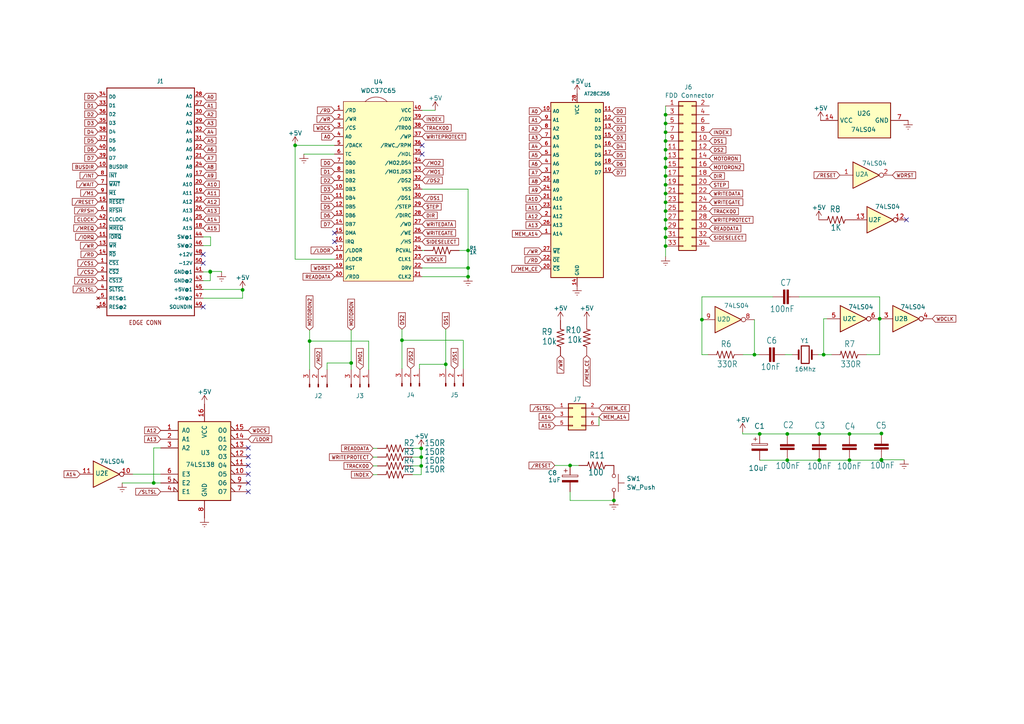
<source format=kicad_sch>
(kicad_sch (version 20211123) (generator eeschema)
  (paper "A4")
  (title_block (title "MSX TDC-600 Floppy Disk Drive Interface Clone") (date "2023-05-28") (rev "1.0") (company "RCC") (comment 1 "Based on Skoti Design: https://github.com/konkotgit/MSX-DC-600"))
  (junction (at 193.04 48.514))
  (junction (at 255.143 92.456))
  (junction (at 237.617 133.477))
  (junction (at 193.04 53.594))
  (junction (at 193.04 35.814))
  (junction (at 203.581 92.71))
  (junction (at 60.9838 78.867))
  (junction (at 193.04 66.294))
  (junction (at 193.04 38.354))
  (junction (at 246.38 125.857))
  (junction (at 238.887 102.87))
  (junction (at 135.763 72.644))
  (junction (at 218.821 102.87))
  (junction (at 228.346 133.477))
  (junction (at 122.174 130.048))
  (junction (at 165.354 135.001))
  (junction (at 193.04 40.894))
  (junction (at 44.577 140.081))
  (junction (at 255.651 125.73))
  (junction (at 101.854 105.283))
  (junction (at 193.04 33.274))
  (junction (at 122.174 135.128))
  (junction (at 255.651 133.477))
  (junction (at 135.763 77.724))
  (junction (at 89.789 98.933))
  (junction (at 193.04 58.674))
  (junction (at 193.04 43.434))
  (junction (at 193.04 51.054))
  (junction (at 193.04 45.974))
  (junction (at 246.38 133.477))
  (junction (at 220.345 125.857))
  (junction (at 193.04 63.754))
  (junction (at 237.617 125.857))
  (junction (at 193.04 71.374))
  (junction (at 228.346 125.857))
  (junction (at 193.04 68.834))
  (junction (at 122.174 132.588))
  (junction (at 70.358 84.074))
  (junction (at 60.96 78.74))
  (junction (at 85.598 42.164))
  (junction (at 193.04 56.134))
  (junction (at 178.054 145.161))
  (junction (at 116.586 98.679))
  (junction (at 255.651 133.35))
  (junction (at 135.763 80.264))
  (junction (at 129.286 105.664))
  (junction (at 193.04 61.214))
  (no_connect (at 97.028 67.564))
  (no_connect (at 122.428 42.164))
  (no_connect (at 72.009 135.001))
  (no_connect (at 122.428 44.704))
  (no_connect (at 262.89 63.754))
  (no_connect (at 72.009 140.081))
  (no_connect (at 58.928 89.027))
  (no_connect (at 58.928 73.787))
  (no_connect (at 97.028 70.104))
  (no_connect (at 72.009 142.621))
  (no_connect (at 72.009 132.461))
  (no_connect (at 72.009 137.541))
  (no_connect (at 72.009 129.921))
  (no_connect (at 58.928 76.327))
  (wire (pts (xy 101.854 95.758) (xy 101.854 105.283)))
  (wire (pts (xy 58.928 83.947) (xy 70.358 83.947)))
  (wire (pts (xy 203.581 102.87) (xy 205.359 102.87)))
  (wire (pts (xy 193.04 71.374) (xy 193.04 74.422)))
  (wire (pts (xy 237.617 125.857) (xy 246.38 125.857)))
  (wire (pts (xy 129.286 106.934) (xy 129.286 105.664)))
  (wire (pts (xy 228.346 133.477) (xy 237.617 133.477)))
  (wire (pts (xy 122.428 54.864) (xy 135.763 54.864)))
  (wire (pts (xy 106.934 107.188) (xy 106.934 98.933)))
  (wire (pts (xy 58.928 78.867) (xy 60.9838 78.867)))
  (wire (pts (xy 129.286 105.664) (xy 121.666 105.664)))
  (wire (pts (xy 70.358 86.487) (xy 70.358 84.074)))
  (wire (pts (xy 89.789 95.758) (xy 89.789 98.933)))
  (wire (pts (xy 58.928 81.407) (xy 60.9838 81.407)))
  (wire (pts (xy 122.428 80.264) (xy 135.763 80.264)))
  (wire (pts (xy 237.617 133.477) (xy 246.38 133.477)))
  (wire (pts (xy 227.711 102.87) (xy 229.743 102.87)))
  (wire (pts (xy 116.586 95.504) (xy 116.586 98.679)))
  (wire (pts (xy 193.04 63.754) (xy 193.04 66.294)))
  (wire (pts (xy 119.634 132.588) (xy 122.174 132.588)))
  (wire (pts (xy 70.358 83.947) (xy 70.358 84.074)))
  (wire (pts (xy 101.854 105.283) (xy 101.854 107.188)))
  (wire (pts (xy 193.04 33.274) (xy 193.04 35.814)))
  (wire (pts (xy 255.651 125.857) (xy 255.651 125.73)))
  (wire (pts (xy 237.363 102.87) (xy 238.887 102.87)))
  (wire (pts (xy 193.04 40.894) (xy 193.04 43.434)))
  (wire (pts (xy 61.0744 68.707) (xy 61.0744 71.247)))
  (wire (pts (xy 135.763 72.644) (xy 135.763 77.724)))
  (wire (pts (xy 60.9838 81.407) (xy 60.9838 78.867)))
  (wire (pts (xy 85.598 75.184) (xy 97.028 75.184)))
  (wire (pts (xy 61.0744 71.247) (xy 58.928 71.247)))
  (wire (pts (xy 193.04 43.434) (xy 193.04 45.974)))
  (wire (pts (xy 193.04 58.674) (xy 193.04 61.214)))
  (wire (pts (xy 193.04 38.354) (xy 193.04 40.894)))
  (wire (pts (xy 38.481 137.541) (xy 46.609 137.541)))
  (wire (pts (xy 193.04 56.134) (xy 193.04 58.674)))
  (wire (pts (xy 193.04 61.214) (xy 193.04 63.754)))
  (wire (pts (xy 215.392 125.857) (xy 220.345 125.857)))
  (wire (pts (xy 122.174 135.128) (xy 122.174 132.588)))
  (wire (pts (xy 203.581 92.71) (xy 203.581 102.87)))
  (wire (pts (xy 218.821 102.87) (xy 220.091 102.87)))
  (wire (pts (xy 129.286 95.504) (xy 129.286 105.664)))
  (wire (pts (xy 193.04 68.834) (xy 193.04 71.374)))
  (wire (pts (xy 122.428 72.644) (xy 123.063 72.644)))
  (wire (pts (xy 94.869 107.188) (xy 94.869 105.283)))
  (wire (pts (xy 121.666 105.664) (xy 121.666 106.934)))
  (wire (pts (xy 246.38 133.477) (xy 255.651 133.477)))
  (wire (pts (xy 89.789 98.933) (xy 89.789 107.188)))
  (wire (pts (xy 203.581 86.106) (xy 203.581 92.71)))
  (wire (pts (xy 193.04 66.294) (xy 193.04 68.834)))
  (wire (pts (xy 58.928 86.487) (xy 70.358 86.487)))
  (wire (pts (xy 262.255 133.35) (xy 255.651 133.35)))
  (wire (pts (xy 255.651 133.35) (xy 255.651 133.477)))
  (wire (pts (xy 135.763 77.724) (xy 135.763 80.264)))
  (wire (pts (xy 165.354 142.621) (xy 165.354 145.161)))
  (wire (pts (xy 255.143 86.106) (xy 255.143 92.456)))
  (wire (pts (xy 85.598 42.164) (xy 85.598 75.184)))
  (wire (pts (xy 173.736 120.904) (xy 173.736 123.444)))
  (wire (pts (xy 224.155 86.106) (xy 203.581 86.106)))
  (wire (pts (xy 218.821 92.71) (xy 218.821 102.87)))
  (wire (pts (xy 246.38 125.857) (xy 255.651 125.857)))
  (wire (pts (xy 44.577 140.081) (xy 46.609 140.081)))
  (wire (pts (xy 193.04 51.054) (xy 193.04 53.594)))
  (wire (pts (xy 119.634 135.128) (xy 122.174 135.128)))
  (wire (pts (xy 239.903 92.456) (xy 238.887 92.456)))
  (wire (pts (xy 116.586 98.679) (xy 116.586 106.934)))
  (wire (pts (xy 255.143 102.87) (xy 255.143 92.456)))
  (wire (pts (xy 106.934 98.933) (xy 89.789 98.933)))
  (wire (pts (xy 134.366 98.679) (xy 116.586 98.679)))
  (wire (pts (xy 35.433 140.081) (xy 44.577 140.081)))
  (wire (pts (xy 231.775 86.106) (xy 255.143 86.106)))
  (wire (pts (xy 165.354 145.161) (xy 178.054 145.161)))
  (wire (pts (xy 165.354 135.001) (xy 167.894 135.001)))
  (wire (pts (xy 108.204 135.128) (xy 109.474 135.128)))
  (wire (pts (xy 94.869 105.283) (xy 101.854 105.283)))
  (wire (pts (xy 108.204 132.588) (xy 109.474 132.588)))
  (wire (pts (xy 108.204 130.048) (xy 109.474 130.048)))
  (wire (pts (xy 220.345 133.477) (xy 228.346 133.477)))
  (wire (pts (xy 135.763 54.864) (xy 135.763 72.644)))
  (wire (pts (xy 44.577 129.921) (xy 44.577 140.081)))
  (wire (pts (xy 193.04 35.814) (xy 193.04 38.354)))
  (wire (pts (xy 85.598 42.164) (xy 97.028 42.164)))
  (wire (pts (xy 215.392 125.857) (xy 215.392 125.349)))
  (wire (pts (xy 46.609 129.921) (xy 44.577 129.921)))
  (wire (pts (xy 122.428 77.724) (xy 135.763 77.724)))
  (wire (pts (xy 64.262 78.74) (xy 64.262 78.994)))
  (wire (pts (xy 122.174 132.588) (xy 122.174 130.048)))
  (wire (pts (xy 193.04 45.974) (xy 193.04 48.514)))
  (wire (pts (xy 193.04 53.594) (xy 193.04 56.134)))
  (wire (pts (xy 215.519 102.87) (xy 218.821 102.87)))
  (wire (pts (xy 193.04 30.734) (xy 193.04 33.274)))
  (wire (pts (xy 122.428 32.004) (xy 126.238 32.004)))
  (wire (pts (xy 220.345 125.857) (xy 228.346 125.857)))
  (wire (pts (xy 238.887 92.456) (xy 238.887 102.87)))
  (wire (pts (xy 134.366 106.934) (xy 134.366 98.679)))
  (wire (pts (xy 251.333 102.87) (xy 255.143 102.87)))
  (wire (pts (xy 228.346 125.857) (xy 237.617 125.857)))
  (wire (pts (xy 119.634 130.048) (xy 122.174 130.048)))
  (wire (pts (xy 58.928 68.707) (xy 61.0744 68.707)))
  (wire (pts (xy 119.634 137.668) (xy 122.174 137.668)))
  (wire (pts (xy 108.204 137.668) (xy 109.474 137.668)))
  (wire (pts (xy 60.96 78.74) (xy 64.262 78.74)))
  (wire (pts (xy 238.887 102.87) (xy 241.173 102.87)))
  (wire (pts (xy 122.174 137.668) (xy 122.174 135.128)))
  (wire (pts (xy 133.223 72.644) (xy 135.763 72.644)))
  (wire (pts (xy 88.138 44.704) (xy 97.028 44.704)))
  (wire (pts (xy 160.909 135.001) (xy 165.354 135.001)))
  (wire (pts (xy 193.04 48.514) (xy 193.04 51.054)))
  (global_label "A7" (shape input) (at 157.226 50.038 180) (effects (font (size 1 1))) (property "Intersheet References" "${INTERSHEET_REFS}" (effects hide)))
  (global_label "{slash}MEM_CE" (shape input) (at 157.226 77.978 180) (effects (font (size 1 1))) (property "Intersheet References" "${INTERSHEET_REFS}" (effects hide)))
  (global_label "A8" (shape input) (at 157.226 52.578 180) (effects (font (size 1 1))) (property "Intersheet References" "${INTERSHEET_REFS}" (effects hide)))
  (global_label "MOTORON" (shape input) (at 205.74 45.974 0) (effects (font (size 1 1))) (property "Intersheet References" "${INTERSHEET_REFS}" (effects hide)))
  (global_label "D0" (shape input) (at 28.448 28.067 180) (effects (font (size 1 1))) (property "Intersheet References" "${INTERSHEET_REFS}" (effects hide)))
  (global_label "D1" (shape input) (at 28.448 30.607 180) (effects (font (size 1 1))) (property "Intersheet References" "${INTERSHEET_REFS}" (effects hide)))
  (global_label "D2" (shape input) (at 177.546 37.338 0) (effects (font (size 1 1))) (property "Intersheet References" "${INTERSHEET_REFS}" (effects hide)))
  (global_label "{slash}CS1" (shape input) (at 28.448 76.327 180) (effects (font (size 1 1))) (property "Intersheet References" "${INTERSHEET_REFS}" (effects hide)))
  (global_label "{slash}MO2" (shape input) (at 122.428 47.244 0) (effects (font (size 1 1))) (property "Intersheet References" "${INTERSHEET_REFS}" (effects hide)))
  (global_label "A9" (shape input) (at 58.928 50.927 0) (effects (font (size 1 1))) (property "Intersheet References" "${INTERSHEET_REFS}" (effects hide)))
  (global_label "A11" (shape input) (at 58.928 56.007 0) (effects (font (size 1 1))) (property "Intersheet References" "${INTERSHEET_REFS}" (effects hide)))
  (global_label "A0" (shape input) (at 58.928 28.067 0) (effects (font (size 1 1))) (property "Intersheet References" "${INTERSHEET_REFS}" (effects hide)))
  (global_label "A14" (shape input) (at 161.036 120.904 180) (effects (font (size 1 1))) (property "Intersheet References" "${INTERSHEET_REFS}" (effects hide)))
  (global_label "D1" (shape input) (at 177.546 34.798 0) (effects (font (size 1 1))) (property "Intersheet References" "${INTERSHEET_REFS}" (effects hide)))
  (global_label "WDCLK" (shape input) (at 270.383 92.456 0) (effects (font (size 1 1))) (property "Intersheet References" "${INTERSHEET_REFS}" (effects hide)))
  (global_label "DS1" (shape input) (at 205.74 40.894 0) (effects (font (size 1 1))) (property "Intersheet References" "${INTERSHEET_REFS}" (effects hide)))
  (global_label "STEP" (shape input) (at 122.428 59.944 0) (effects (font (size 1 1))) (property "Intersheet References" "${INTERSHEET_REFS}" (effects hide)))
  (global_label "INDEX" (shape input) (at 205.74 38.354 0) (effects (font (size 1 1))) (property "Intersheet References" "${INTERSHEET_REFS}" (effects hide)))
  (global_label "MEM_A14" (shape input) (at 173.736 120.904 0) (effects (font (size 1 1))) (property "Intersheet References" "${INTERSHEET_REFS}" (effects hide)))
  (global_label "{slash}DS1" (shape input) (at 131.826 106.934 90) (effects (font (size 1 1))) (property "Intersheet References" "${INTERSHEET_REFS}" (effects hide)))
  (global_label "{slash}WAIT" (shape input) (at 28.448 53.467 180) (effects (font (size 1 1))) (property "Intersheet References" "${INTERSHEET_REFS}" (effects hide)))
  (global_label "{slash}DS2" (shape input) (at 119.126 106.934 90) (effects (font (size 1 1))) (property "Intersheet References" "${INTERSHEET_REFS}" (effects hide)))
  (global_label "{slash}CS2" (shape input) (at 28.448 78.867 180) (effects (font (size 1 1))) (property "Intersheet References" "${INTERSHEET_REFS}" (effects hide)))
  (global_label "WDRST" (shape input) (at 258.826 50.8 0) (effects (font (size 1 1))) (property "Intersheet References" "${INTERSHEET_REFS}" (effects hide)))
  (global_label "DS1" (shape input) (at 129.286 95.504 90) (effects (font (size 1 1))) (property "Intersheet References" "${INTERSHEET_REFS}" (effects hide)))
  (global_label "A15" (shape input) (at 58.928 66.167 0) (effects (font (size 1 1))) (property "Intersheet References" "${INTERSHEET_REFS}" (effects hide)))
  (global_label "{slash}RFSH" (shape input) (at 28.448 61.087 180) (effects (font (size 1 1))) (property "Intersheet References" "${INTERSHEET_REFS}" (effects hide)))
  (global_label "WRITEGATE" (shape input) (at 122.428 67.564 0) (effects (font (size 1 1))) (property "Intersheet References" "${INTERSHEET_REFS}" (effects hide)))
  (global_label "{slash}RESET" (shape input) (at 28.448 58.547 180) (effects (font (size 1 1))) (property "Intersheet References" "${INTERSHEET_REFS}" (effects hide)))
  (global_label "{slash}CS12" (shape input) (at 28.448 81.407 180) (effects (font (size 1 1))) (property "Intersheet References" "${INTERSHEET_REFS}" (effects hide)))
  (global_label "WDRST" (shape input) (at 97.028 77.724 180) (effects (font (size 1 1))) (property "Intersheet References" "${INTERSHEET_REFS}" (effects hide)))
  (global_label "A14" (shape input) (at 58.928 63.627 0) (effects (font (size 1 1))) (property "Intersheet References" "${INTERSHEET_REFS}" (effects hide)))
  (global_label "A13" (shape input) (at 58.928 61.087 0) (effects (font (size 1 1))) (property "Intersheet References" "${INTERSHEET_REFS}" (effects hide)))
  (global_label "{slash}LDOR" (shape input) (at 72.009 127.381 0) (effects (font (size 1 1))) (property "Intersheet References" "${INTERSHEET_REFS}" (effects hide)))
  (global_label "A15" (shape input) (at 161.036 123.444 180) (effects (font (size 1 1))) (property "Intersheet References" "${INTERSHEET_REFS}" (effects hide)))
  (global_label "A1" (shape input) (at 157.226 34.798 180) (effects (font (size 1 1))) (property "Intersheet References" "${INTERSHEET_REFS}" (effects hide)))
  (global_label "STEP" (shape input) (at 205.74 53.594 0) (effects (font (size 1 1))) (property "Intersheet References" "${INTERSHEET_REFS}" (effects hide)))
  (global_label "D0" (shape input) (at 97.028 47.244 180) (effects (font (size 1 1))) (property "Intersheet References" "${INTERSHEET_REFS}" (effects hide)))
  (global_label "D2" (shape input) (at 97.028 52.324 180) (effects (font (size 1 1))) (property "Intersheet References" "${INTERSHEET_REFS}" (effects hide)))
  (global_label "A5" (shape input) (at 157.226 44.958 180) (effects (font (size 1 1))) (property "Intersheet References" "${INTERSHEET_REFS}" (effects hide)))
  (global_label "D5" (shape input) (at 97.028 59.944 180) (effects (font (size 1 1))) (property "Intersheet References" "${INTERSHEET_REFS}" (effects hide)))
  (global_label "D2" (shape input) (at 28.448 33.147 180) (effects (font (size 1 1))) (property "Intersheet References" "${INTERSHEET_REFS}" (effects hide)))
  (global_label "INDEX" (shape input) (at 122.428 34.544 0) (effects (font (size 1 1))) (property "Intersheet References" "${INTERSHEET_REFS}" (effects hide)))
  (global_label "D4" (shape input) (at 28.448 38.227 180) (effects (font (size 1 1))) (property "Intersheet References" "${INTERSHEET_REFS}" (effects hide)))
  (global_label "A2" (shape input) (at 58.928 33.147 0) (effects (font (size 1 1))) (property "Intersheet References" "${INTERSHEET_REFS}" (effects hide)))
  (global_label "D0" (shape input) (at 177.546 32.258 0) (effects (font (size 1 1))) (property "Intersheet References" "${INTERSHEET_REFS}" (effects hide)))
  (global_label "TRACK00" (shape input) (at 205.74 61.2779 0) (effects (font (size 1 1))) (property "Intersheet References" "${INTERSHEET_REFS}" (effects hide)))
  (global_label "{slash}SLTSL" (shape input) (at 46.609 142.621 180) (effects (font (size 1 1))) (property "Intersheet References" "${INTERSHEET_REFS}" (effects hide)))
  (global_label "{slash}DS1" (shape input) (at 122.428 57.404 0) (effects (font (size 1 1))) (property "Intersheet References" "${INTERSHEET_REFS}" (effects hide)))
  (global_label "READDATA" (shape input) (at 97.028 80.264 180) (effects (font (size 1 1))) (property "Intersheet References" "${INTERSHEET_REFS}" (effects hide)))
  (global_label "CLOCK" (shape input) (at 28.448 63.627 180) (effects (font (size 1 1))) (property "Intersheet References" "${INTERSHEET_REFS}" (effects hide)))
  (global_label "D3" (shape input) (at 28.448 35.687 180) (effects (font (size 1 1))) (property "Intersheet References" "${INTERSHEET_REFS}" (effects hide)))
  (global_label "D7" (shape input) (at 177.546 50.038 0) (effects (font (size 1 1))) (property "Intersheet References" "${INTERSHEET_REFS}" (effects hide)))
  (global_label "WRITEGATE" (shape input) (at 205.74 58.635 0) (effects (font (size 1 1))) (property "Intersheet References" "${INTERSHEET_REFS}" (effects hide)))
  (global_label "{slash}WR" (shape input) (at 28.448 71.247 180) (effects (font (size 1 1))) (property "Intersheet References" "${INTERSHEET_REFS}" (effects hide)))
  (global_label "D7" (shape input) (at 97.028 65.024 180) (effects (font (size 1 1))) (property "Intersheet References" "${INTERSHEET_REFS}" (effects hide)))
  (global_label "MEM_A14" (shape input) (at 157.226 67.818 180) (effects (font (size 1 1))) (property "Intersheet References" "${INTERSHEET_REFS}" (effects hide)))
  (global_label "D3" (shape input) (at 177.546 39.878 0) (effects (font (size 1 1))) (property "Intersheet References" "${INTERSHEET_REFS}" (effects hide)))
  (global_label "A12" (shape input) (at 46.609 124.841 180) (effects (font (size 1 1))) (property "Intersheet References" "${INTERSHEET_REFS}" (effects hide)))
  (global_label "{slash}MO1" (shape input) (at 104.394 107.188 90) (effects (font (size 1 1))) (property "Intersheet References" "${INTERSHEET_REFS}" (effects hide)))
  (global_label "D5" (shape input) (at 28.448 40.767 180) (effects (font (size 1 1))) (property "Intersheet References" "${INTERSHEET_REFS}" (effects hide)))
  (global_label "WRITEPROTECT" (shape input) (at 108.204 132.588 180) (effects (font (size 1 1))) (property "Intersheet References" "${INTERSHEET_REFS}" (effects hide)))
  (global_label "A7" (shape input) (at 58.928 45.847 0) (effects (font (size 1 1))) (property "Intersheet References" "${INTERSHEET_REFS}" (effects hide)))
  (global_label "A0" (shape input) (at 157.226 32.258 180) (effects (font (size 1 1))) (property "Intersheet References" "${INTERSHEET_REFS}" (effects hide)))
  (global_label "WDCS" (shape input) (at 97.028 37.084 180) (effects (font (size 1 1))) (property "Intersheet References" "${INTERSHEET_REFS}" (effects hide)))
  (global_label "{slash}DS2" (shape input) (at 122.428 52.324 0) (effects (font (size 1 1))) (property "Intersheet References" "${INTERSHEET_REFS}" (effects hide)))
  (global_label "A10" (shape input) (at 157.226 57.658 180) (effects (font (size 1 1))) (property "Intersheet References" "${INTERSHEET_REFS}" (effects hide)))
  (global_label "A4" (shape input) (at 157.226 42.418 180) (effects (font (size 1 1))) (property "Intersheet References" "${INTERSHEET_REFS}" (effects hide)))
  (global_label "{slash}SLTSL" (shape input) (at 161.036 118.364 180) (effects (font (size 1 1))) (property "Intersheet References" "${INTERSHEET_REFS}" (effects hide)))
  (global_label "D5" (shape input) (at 177.546 44.958 0) (effects (font (size 1 1))) (property "Intersheet References" "${INTERSHEET_REFS}" (effects hide)))
  (global_label "BUSDIR" (shape input) (at 28.448 48.387 180) (effects (font (size 1 1))) (property "Intersheet References" "${INTERSHEET_REFS}" (effects hide)))
  (global_label "D4" (shape input) (at 177.546 42.418 0) (effects (font (size 1 1))) (property "Intersheet References" "${INTERSHEET_REFS}" (effects hide)))
  (global_label "{slash}MEM_CE" (shape input) (at 173.736 118.364 0) (effects (font (size 1 1))) (property "Intersheet References" "${INTERSHEET_REFS}" (effects hide)))
  (global_label "D7" (shape input) (at 28.448 45.847 180) (effects (font (size 1 1))) (property "Intersheet References" "${INTERSHEET_REFS}" (effects hide)))
  (global_label "MOTORON2" (shape input) (at 205.74 48.514 0) (effects (font (size 1 1))) (property "Intersheet References" "${INTERSHEET_REFS}" (effects hide)))
  (global_label "{slash}WR" (shape input) (at 157.226 72.898 180) (effects (font (size 1 1))) (property "Intersheet References" "${INTERSHEET_REFS}" (effects hide)))
  (global_label "A1" (shape input) (at 58.928 30.607 0) (effects (font (size 1 1))) (property "Intersheet References" "${INTERSHEET_REFS}" (effects hide)))
  (global_label "MOTORON" (shape input) (at 101.854 95.758 90) (effects (font (size 1 1))) (property "Intersheet References" "${INTERSHEET_REFS}" (effects hide)))
  (global_label "{slash}RD" (shape input) (at 28.448 73.787 180) (effects (font (size 1 1))) (property "Intersheet References" "${INTERSHEET_REFS}" (effects hide)))
  (global_label "{slash}SLTSL" (shape input) (at 28.448 83.947 180) (effects (font (size 1 1))) (property "Intersheet References" "${INTERSHEET_REFS}" (effects hide)))
  (global_label "A3" (shape input) (at 58.928 35.687 0) (effects (font (size 1 1))) (property "Intersheet References" "${INTERSHEET_REFS}" (effects hide)))
  (global_label "A3" (shape input) (at 157.226 39.878 180) (effects (font (size 1 1))) (property "Intersheet References" "${INTERSHEET_REFS}" (effects hide)))
  (global_label "A13" (shape input) (at 157.226 65.278 180) (effects (font (size 1 1))) (property "Intersheet References" "${INTERSHEET_REFS}" (effects hide)))
  (global_label "{slash}M1" (shape input) (at 28.448 56.007 180) (effects (font (size 1 1))) (property "Intersheet References" "${INTERSHEET_REFS}" (effects hide)))
  (global_label "{slash}WR" (shape input) (at 162.56 103.124 270) (effects (font (size 1 1))) (property "Intersheet References" "${INTERSHEET_REFS}" (effects hide)))
  (global_label "{slash}MREQ" (shape input) (at 28.448 66.167 180) (effects (font (size 1 1))) (property "Intersheet References" "${INTERSHEET_REFS}" (effects hide)))
  (global_label "{slash}RD" (shape input) (at 157.226 75.438 180) (effects (font (size 1 1))) (property "Intersheet References" "${INTERSHEET_REFS}" (effects hide)))
  (global_label "A9" (shape input) (at 157.226 55.118 180) (effects (font (size 1 1))) (property "Intersheet References" "${INTERSHEET_REFS}" (effects hide)))
  (global_label "INDEX" (shape input) (at 108.204 137.668 180) (effects (font (size 1 1))) (property "Intersheet References" "${INTERSHEET_REFS}" (effects hide)))
  (global_label "A6" (shape input) (at 157.226 47.498 180) (effects (font (size 1 1))) (property "Intersheet References" "${INTERSHEET_REFS}" (effects hide)))
  (global_label "READDATA" (shape input) (at 205.74 66.294 0) (effects (font (size 1 1))) (property "Intersheet References" "${INTERSHEET_REFS}" (effects hide)))
  (global_label "{slash}INT" (shape input) (at 28.448 50.927 180) (effects (font (size 1 1))) (property "Intersheet References" "${INTERSHEET_REFS}" (effects hide)))
  (global_label "{slash}RD" (shape input) (at 97.028 32.004 180) (effects (font (size 1 1))) (property "Intersheet References" "${INTERSHEET_REFS}" (effects hide)))
  (global_label "A8" (shape input) (at 58.928 48.387 0) (effects (font (size 1 1))) (property "Intersheet References" "${INTERSHEET_REFS}" (effects hide)))
  (global_label "{slash}RESET" (shape input) (at 243.586 50.8 180) (effects (font (size 1 1))) (property "Intersheet References" "${INTERSHEET_REFS}" (effects hide)))
  (global_label "A4" (shape input) (at 58.928 38.227 0) (effects (font (size 1 1))) (property "Intersheet References" "${INTERSHEET_REFS}" (effects hide)))
  (global_label "{slash}IORQ" (shape input) (at 28.448 68.707 180) (effects (font (size 1 1))) (property "Intersheet References" "${INTERSHEET_REFS}" (effects hide)))
  (global_label "SIDESELECT" (shape input) (at 205.74 68.9233 0) (effects (font (size 1 1))) (property "Intersheet References" "${INTERSHEET_REFS}" (effects hide)))
  (global_label "A10" (shape input) (at 58.928 53.467 0) (effects (font (size 1 1))) (property "Intersheet References" "${INTERSHEET_REFS}" (effects hide)))
  (global_label "TRACK00" (shape input) (at 122.428 37.084 0) (effects (font (size 1 1))) (property "Intersheet References" "${INTERSHEET_REFS}" (effects hide)))
  (global_label "D4" (shape input) (at 97.028 57.404 180) (effects (font (size 1 1))) (property "Intersheet References" "${INTERSHEET_REFS}" (effects hide)))
  (global_label "A0" (shape input) (at 97.028 39.624 180) (effects (font (size 1 1))) (property "Intersheet References" "${INTERSHEET_REFS}" (effects hide)))
  (global_label "A5" (shape input) (at 58.928 40.767 0) (effects (font (size 1 1))) (property "Intersheet References" "${INTERSHEET_REFS}" (effects hide)))
  (global_label "{slash}MEM_CE" (shape input) (at 170.18 103.124 270) (effects (font (size 1 1))) (property "Intersheet References" "${INTERSHEET_REFS}" (effects hide)))
  (global_label "WRITEPROTECT" (shape input) (at 205.74 63.754 0) (effects (font (size 1 1))) (property "Intersheet References" "${INTERSHEET_REFS}" (effects hide)))
  (global_label "MOTORON2" (shape input) (at 89.789 95.758 90) (effects (font (size 1 1))) (property "Intersheet References" "${INTERSHEET_REFS}" (effects hide)))
  (global_label "{slash}RESET" (shape input) (at 160.909 135.001 180) (effects (font (size 1 1))) (property "Intersheet References" "${INTERSHEET_REFS}" (effects hide)))
  (global_label "WDCLK" (shape input) (at 122.428 75.184 0) (effects (font (size 1 1))) (property "Intersheet References" "${INTERSHEET_REFS}" (effects hide)))
  (global_label "A11" (shape input) (at 157.226 60.198 180) (effects (font (size 1 1))) (property "Intersheet References" "${INTERSHEET_REFS}" (effects hide)))
  (global_label "TRACK00" (shape input) (at 108.204 135.128 180) (effects (font (size 1 1))) (property "Intersheet References" "${INTERSHEET_REFS}" (effects hide)))
  (global_label "WRITEDATA" (shape input) (at 205.74 56.134 0) (effects (font (size 1 1))) (property "Intersheet References" "${INTERSHEET_REFS}" (effects hide)))
  (global_label "A12" (shape input) (at 58.928 58.547 0) (effects (font (size 1 1))) (property "Intersheet References" "${INTERSHEET_REFS}" (effects hide)))
  (global_label "A12" (shape input) (at 157.226 62.738 180) (effects (font (size 1 1))) (property "Intersheet References" "${INTERSHEET_REFS}" (effects hide)))
  (global_label "A14" (shape input) (at 23.241 137.541 180) (effects (font (size 1 1))) (property "Intersheet References" "${INTERSHEET_REFS}" (effects hide)))
  (global_label "DS2" (shape input) (at 205.74 43.434 0) (effects (font (size 1 1))) (property "Intersheet References" "${INTERSHEET_REFS}" (effects hide)))
  (global_label "WRITEDATA" (shape input) (at 122.428 65.024 0) (effects (font (size 1 1))) (property "Intersheet References" "${INTERSHEET_REFS}" (effects hide)))
  (global_label "D6" (shape input) (at 177.546 47.498 0) (effects (font (size 1 1))) (property "Intersheet References" "${INTERSHEET_REFS}" (effects hide)))
  (global_label "WRITEPROTECT" (shape input) (at 122.428 39.624 0) (effects (font (size 1 1))) (property "Intersheet References" "${INTERSHEET_REFS}" (effects hide)))
  (global_label "D6" (shape input) (at 97.028 62.484 180) (effects (font (size 1 1))) (property "Intersheet References" "${INTERSHEET_REFS}" (effects hide)))
  (global_label "DIR" (shape input) (at 122.428 62.484 0) (effects (font (size 1 1))) (property "Intersheet References" "${INTERSHEET_REFS}" (effects hide)))
  (global_label "DIR" (shape input) (at 205.74 51.054 0) (effects (font (size 1 1))) (property "Intersheet References" "${INTERSHEET_REFS}" (effects hide)))
  (global_label "D1" (shape input) (at 97.028 49.784 180) (effects (font (size 1 1))) (property "Intersheet References" "${INTERSHEET_REFS}" (effects hide)))
  (global_label "{slash}LDOR" (shape input) (at 97.028 72.644 180) (effects (font (size 1 1))) (property "Intersheet References" "${INTERSHEET_REFS}" (effects hide)))
  (global_label "A6" (shape input) (at 58.928 43.307 0) (effects (font (size 1 1))) (property "Intersheet References" "${INTERSHEET_REFS}" (effects hide)))
  (global_label "READDATA" (shape input) (at 108.204 130.048 180) (effects (font (size 1 1))) (property "Intersheet References" "${INTERSHEET_REFS}" (effects hide)))
  (global_label "D6" (shape input) (at 28.448 43.307 180) (effects (font (size 1 1))) (property "Intersheet References" "${INTERSHEET_REFS}" (effects hide)))
  (global_label "{slash}MO1" (shape input) (at 122.428 49.784 0) (effects (font (size 1 1))) (property "Intersheet References" "${INTERSHEET_REFS}" (effects hide)))
  (global_label "D3" (shape input) (at 97.028 54.864 180) (effects (font (size 1 1))) (property "Intersheet References" "${INTERSHEET_REFS}" (effects hide)))
  (global_label "SIDESELECT" (shape input) (at 122.428 70.104 0) (effects (font (size 1 1))) (property "Intersheet References" "${INTERSHEET_REFS}" (effects hide)))
  (global_label "WDCS" (shape input) (at 72.009 124.841 0) (effects (font (size 1 1))) (property "Intersheet References" "${INTERSHEET_REFS}" (effects hide)))
  (global_label "{slash}WR" (shape input) (at 97.028 34.544 180) (effects (font (size 1 1))) (property "Intersheet References" "${INTERSHEET_REFS}" (effects hide)))
  (global_label "DS2" (shape input) (at 116.586 95.504 90) (effects (font (size 1 1))) (property "Intersheet References" "${INTERSHEET_REFS}" (effects hide)))
  (global_label "{slash}MO2" (shape input) (at 92.329 107.188 90) (effects (font (size 1 1))) (property "Intersheet References" "${INTERSHEET_REFS}" (effects hide)))
  (global_label "A13" (shape input) (at 46.609 127.381 180) (effects (font (size 1 1))) (property "Intersheet References" "${INTERSHEET_REFS}" (effects hide)))
  (global_label "A2" (shape input) (at 157.226 37.338 180) (effects (font (size 1 1))) (property "Intersheet References" "${INTERSHEET_REFS}" (effects hide)))
  (symbol (lib_id "Memory_EEPROM:28C256") (at 167.386 55.118 0) (unit 1)
    (property "Reference" "U1" (at 169.4054 24.638 0) (effects (font (size 1 1)) (justify left)))
    (property "Value" "AT28C256" (at 169.4054 27.178 0) (effects (font (size 1 1)) (justify left)))
    (property "Footprint" "Package_DIP:DIP-28_W15.24mm" (effects hide))
    (property "Datasheet" "http://ww1.microchip.com/downloads/en/DeviceDoc/doc0006.pdf" (effects hide))
  )
  (symbol (lib_id "74xx:74LS04") (at 255.27 63.754 0) (unit 6)
    (property "Reference" "U2" (at 253.746 63.754 0))
    (property "Value" "74LS04" (at 257.429 59.944 0))
    (property "Footprint" "Package_DIP:DIP-14_W7.62mm" (effects hide))
    (property "Datasheet" "http://www.ti.com/lit/gpn/sn74LS04" (effects hide))
  )
  (symbol (lib_id "Device:Crystal") (at 233.553 102.87 0) (unit 1)
    (property "Reference" "Y1" (at 233.426 98.806 0))
    (property "Value" "16Mhz" (at 233.553 107.061 0))
    (property "Footprint" "Crystal:Crystal_HC49-U_Vertical" (effects hide))
  )
  (symbol (lib_id "msxpi-eagle-import:R-US_0207{slash}7") (at 210.439 102.87 180) (unit 1)
    (property "Reference" "R6" (at 212.217 98.806 0) (effects (font (size 1.778 1.5113)) (justify left bottom)))
    (property "Value" "330R" (at 213.995 104.648 0) (effects (font (size 1.778 1.5113)) (justify left bottom)))
    (property "Footprint" "Resistor_THT:R_Axial_DIN0207_L6.3mm_D2.5mm_P7.62mm_Horizontal" (effects hide))
  )
  (symbol (lib_id "Connector_Generic:Conn_02x17_Odd_Even") (at 198.12 51.054 0) (unit 1)
    (property "Reference" "J6" (at 199.644 25.273 0))
    (property "Value" "FDD Connector" (at 200.025 27.686 0))
    (property "Footprint" "Connector_PinHeader_2.54mm:PinHeader_2x17_P2.54mm_Horizontal" (effects hide))
  )
  (symbol (lib_id "Connector_Generic:Conn_02x03_Odd_Even") (at 166.116 120.904 0) (unit 1)
    (property "Reference" "J7" (at 167.386 115.824 0))
    (property "Value" "ROM_SWITCH" (effects hide))
    (property "Footprint" "Connector_PinHeader_2.54mm:PinHeader_2x03_P2.54mm_Horizontal" (effects hide))
  )
  (symbol (lib_id "power:+5V") (at 167.386 27.178 0) (unit 1)
    (property "Reference" "#PWR03" (effects hide))
    (property "Value" "+5V" (at 167.386 23.622 0))
  )
  (symbol (lib_id "msxpi-eagle-import:C2,5-3") (at 246.38 130.937 180) (unit 1)
    (property "Reference" "C4" (at 248.158 122.682 0) (effects (font (size 1.778 1.5113)) (justify left bottom)))
    (property "Value" "100nF" (at 249.936 134.239 0) (effects (font (size 1.778 1.5113)) (justify left bottom)))
    (property "Footprint" "Capacitor_THT:C_Disc_D3.0mm_W1.6mm_P2.50mm" (effects hide))
  )
  (symbol (lib_id "power:GNDREF") (at 263.398 34.925 0) (unit 1)
    (property "Reference" "#PWR020" (effects hide))
    (property "Value" "GNDREF" (effects hide))
  )
  (symbol (lib_id "power:GNDREF") (at 178.054 145.161 0) (unit 1)
    (property "Reference" "#PWR011" (effects hide))
    (property "Value" "GNDREF" (effects hide))
  )
  (symbol (lib_id "Connector:Conn_01x03_Male") (at 92.329 112.268 270) (mirror x) (unit 1)
    (property "Reference" "J2" (at 92.329 114.808 90))
    (property "Value" "Conn_01x03_Male" (effects hide))
    (property "Footprint" "Connector_PinHeader_2.54mm:PinHeader_1x03_P2.54mm_Vertical" (effects hide))
  )
  (symbol (lib_id "power:+5V") (at 170.18 92.964 0) (unit 1)
    (property "Reference" "#PWR06" (effects hide))
    (property "Value" "+5V" (at 170.18 89.408 0))
  )
  (symbol (lib_id "msxpi-eagle-import:C2,5-3") (at 228.346 130.937 180) (unit 1)
    (property "Reference" "C2" (at 230.251 122.301 0) (effects (font (size 1.778 1.5113)) (justify left bottom)))
    (property "Value" "100nF" (at 232.156 134.112 0) (effects (font (size 1.778 1.5113)) (justify left bottom)))
    (property "Footprint" "Capacitor_THT:C_Disc_D3.0mm_W1.6mm_P2.50mm" (effects hide))
  )
  (symbol (lib_id "msxpi-eagle-import:R-US_0207{slash}7") (at 114.554 137.668 180) (unit 1)
    (property "Reference" "R5" (at 120.269 135.128 0) (effects (font (size 1.778 1.5113)) (justify left bottom)))
    (property "Value" "150R" (at 129.159 135.128 0) (effects (font (size 1.778 1.5113)) (justify left bottom)))
    (property "Footprint" "Resistor_THT:R_Axial_DIN0207_L6.3mm_D2.5mm_P7.62mm_Horizontal" (effects hide))
  )
  (symbol (lib_id "msxpi-eagle-import:R-US_0207{slash}7") (at 242.57 63.754 180) (unit 1)
    (property "Reference" "R8" (at 243.84 59.69 0) (effects (font (size 1.778 1.5113)) (justify left bottom)))
    (property "Value" "1K" (at 244.094 65.024 0) (effects (font (size 1.778 1.5113)) (justify left bottom)))
    (property "Footprint" "Resistor_THT:R_Axial_DIN0207_L6.3mm_D2.5mm_P7.62mm_Horizontal" (effects hide))
  )
  (symbol (lib_id "power:GNDREF") (at 135.763 80.264 0) (unit 1)
    (property "Reference" "#PWR015" (effects hide))
    (property "Value" "GNDREF" (effects hide))
  )
  (symbol (lib_id "Connector:Conn_01x03_Male") (at 131.826 112.014 270) (mirror x) (unit 1)
    (property "Reference" "J5" (at 131.826 114.554 90))
    (property "Value" "Conn_01x03_Male" (effects hide))
    (property "Footprint" "Connector_PinHeader_2.54mm:PinHeader_1x03_P2.54mm_Vertical" (effects hide))
  )
  (symbol (lib_id "msxpi-eagle-import:R-US_0207{slash}7") (at 170.18 98.044 90) (unit 1)
    (property "Reference" "R10" (at 168.656 94.742 90) (effects (font (size 1.778 1.5113)) (justify left bottom)))
    (property "Value" "10k" (at 168.91 97.536 90) (effects (font (size 1.778 1.5113)) (justify left bottom)))
    (property "Footprint" "Resistor_THT:R_Axial_DIN0207_L6.3mm_D2.5mm_P7.62mm_Horizontal" (effects hide))
  )
  (symbol (lib_id "power:GNDREF") (at 193.04 74.422 0) (unit 1)
    (property "Reference" "#PWR017" (effects hide))
    (property "Value" "GNDREF" (effects hide))
  )
  (symbol (lib_id "Roni:WDC37C65") (at 46.228 58.674 0) (unit 1)
    (property "Reference" "U4" (at 109.728 23.749 0))
    (property "Value" "WDC37C65" (at 109.728 26.289 0))
    (property "Footprint" "Package_DIP:DIP-40_W15.24mm" (effects hide))
  )
  (symbol (lib_id "power:GNDREF") (at 88.138 44.704 0) (unit 1)
    (property "Reference" "#PWR014" (effects hide))
    (property "Value" "GNDREF" (effects hide))
  )
  (symbol (lib_id "power:GNDREF") (at 64.262 78.994 0) (unit 1)
    (property "Reference" "#PWR01" (effects hide))
    (property "Value" "GNDREF" (effects hide))
  )
  (symbol (lib_id "power:GNDREF") (at 167.386 83.058 0) (unit 1)
    (property "Reference" "#PWR04" (effects hide))
    (property "Value" "GNDREF" (effects hide))
  )
  (symbol (lib_id "power:+5V") (at 70.358 84.074 0) (unit 1)
    (property "Reference" "#PWR02" (effects hide))
    (property "Value" "+5V" (at 70.358 80.518 0))
  )
  (symbol (lib_id "msxpi-eagle-import:C2,5-3") (at 222.631 102.87 90) (unit 1)
    (property "Reference" "C6" (at 225.425 97.79 90) (effects (font (size 1.778 1.5113)) (justify left bottom)))
    (property "Value" "10nF" (at 226.441 105.41 90) (effects (font (size 1.778 1.5113)) (justify left bottom)))
    (property "Footprint" "Capacitor_THT:C_Disc_D3.0mm_W1.6mm_P2.50mm" (effects hide))
  )
  (symbol (lib_id "power:+5V") (at 126.238 32.004 0) (unit 1)
    (property "Reference" "#PWR016" (effects hide))
    (property "Value" "+5V" (at 126.238 28.448 0))
  )
  (symbol (lib_id "Device:C_Polarized") (at 165.354 138.811 0) (unit 1)
    (property "Reference" "C8" (at 158.877 137.16 0) (effects (justify left)))
    (property "Value" "1uF" (at 159.004 139.192 0) (effects (justify left)))
    (property "Footprint" "Capacitor_THT:CP_Radial_D4.0mm_P1.50mm" (effects hide))
  )
  (symbol (lib_id "74xx:74LS04") (at 211.201 92.71 0) (unit 4)
    (property "Reference" "U2" (at 209.931 92.583 0))
    (property "Value" "74LS04" (at 213.614 88.646 0))
    (property "Footprint" "Package_DIP:DIP-14_W7.62mm" (effects hide))
    (property "Datasheet" "http://www.ti.com/lit/gpn/sn74LS04" (effects hide))
  )
  (symbol (lib_id "74xx:74LS04") (at 247.523 92.456 0) (unit 3)
    (property "Reference" "U2" (at 246.38 92.456 0))
    (property "Value" "74LS04" (at 249.682 89.027 0))
    (property "Footprint" "Package_DIP:DIP-14_W7.62mm" (effects hide))
    (property "Datasheet" "http://www.ti.com/lit/gpn/sn74LS04" (effects hide))
  )
  (symbol (lib_id "Connector:Conn_01x03_Male") (at 104.394 112.268 270) (mirror x) (unit 1)
    (property "Reference" "J3" (at 104.394 114.808 90))
    (property "Value" "Conn_01x03_Male" (effects hide))
    (property "Footprint" "Connector_PinHeader_2.54mm:PinHeader_1x03_P2.54mm_Vertical" (effects hide))
  )
  (symbol (lib_id "74xx:74LS138") (at 59.309 132.461 0) (unit 1)
    (property "Reference" "U3" (at 58.166 131.318 0) (effects (justify left)))
    (property "Value" "74LS138" (at 53.848 134.747 0) (effects (justify left)))
    (property "Footprint" "Package_DIP:DIP-16_W7.62mm" (effects hide))
    (property "Datasheet" "http://www.ti.com/lit/gpn/sn74LS138" (effects hide))
  )
  (symbol (lib_id "msxpi-eagle-import:C2,5-3") (at 237.617 130.937 180) (unit 1)
    (property "Reference" "C3" (at 239.395 122.428 0) (effects (font (size 1.778 1.5113)) (justify left bottom)))
    (property "Value" "100nF" (at 241.3 134.239 0) (effects (font (size 1.778 1.5113)) (justify left bottom)))
    (property "Footprint" "Capacitor_THT:C_Disc_D3.0mm_W1.6mm_P2.50mm" (effects hide))
  )
  (symbol (lib_id "power:+5V") (at 237.998 34.925 0) (unit 1)
    (property "Reference" "#PWR019" (effects hide))
    (property "Value" "+5V" (at 237.998 31.369 0))
  )
  (symbol (lib_id "msxpi-eagle-import:R-US_0207{slash}7") (at 128.143 72.644 180) (unit 1)
    (property "Reference" "R1" (at 138.303 71.374 0) (effects (font (size 1 1)) (justify left bottom)))
    (property "Value" "1K" (at 138.303 72.644 0) (effects (font (size 1 1)) (justify left bottom)))
    (property "Footprint" "Resistor_THT:R_Axial_DIN0207_L6.3mm_D2.5mm_P7.62mm_Horizontal" (effects hide))
  )
  (symbol (lib_id "power:GNDREF") (at 262.255 133.35 0) (unit 1)
    (property "Reference" "#PWR09" (effects hide))
    (property "Value" "GNDREF" (effects hide))
  )
  (symbol (lib_id "msxpi-eagle-import:C2,5-3") (at 226.695 86.106 90) (unit 1)
    (property "Reference" "C7" (at 229.489 81.026 90) (effects (font (size 1.778 1.5113)) (justify left bottom)))
    (property "Value" "100nF" (at 230.505 88.646 90) (effects (font (size 1.778 1.5113)) (justify left bottom)))
    (property "Footprint" "Capacitor_THT:C_Disc_D3.0mm_W1.6mm_P2.50mm" (effects hide))
  )
  (symbol (lib_id "74xx:74LS04") (at 30.861 137.541 0) (unit 5)
    (property "Reference" "U2" (at 29.591 137.287 0))
    (property "Value" "74LS04" (at 32.512 133.858 0))
    (property "Footprint" "Package_DIP:DIP-14_W7.62mm" (effects hide))
    (property "Datasheet" "http://www.ti.com/lit/gpn/sn74LS04" (effects hide))
  )
  (symbol (lib_id "74xx:74LS04") (at 262.763 92.456 0) (unit 2)
    (property "Reference" "U2" (at 261.366 92.456 0))
    (property "Value" "74LS04" (at 264.795 89.027 0))
    (property "Footprint" "Package_DIP:DIP-14_W7.62mm" (effects hide))
    (property "Datasheet" "http://www.ti.com/lit/gpn/sn74LS04" (effects hide))
  )
  (symbol (lib_id "msxpi-eagle-import:C2,5-3") (at 255.651 130.81 180) (unit 1)
    (property "Reference" "C5" (at 257.175 122.428 0) (effects (font (size 1.778 1.5113)) (justify left bottom)))
    (property "Value" "100nF" (at 259.588 133.985 0) (effects (font (size 1.778 1.5113)) (justify left bottom)))
    (property "Footprint" "Capacitor_THT:C_Disc_D3.0mm_W1.6mm_P2.50mm" (effects hide))
  )
  (symbol (lib_id "msxpi-eagle-import:R-US_0207{slash}7") (at 172.974 135.001 180) (unit 1)
    (property "Reference" "R11" (at 175.514 131.064 0) (effects (font (size 1.778 1.5113)) (justify left bottom)))
    (property "Value" "100" (at 175.133 136.017 0) (effects (font (size 1.778 1.5113)) (justify left bottom)))
    (property "Footprint" "Resistor_THT:R_Axial_DIN0207_L6.3mm_D2.5mm_P7.62mm_Horizontal" (effects hide))
  )
  (symbol (lib_id "msxpi-eagle-import:R-US_0207{slash}7") (at 114.554 135.128 180) (unit 1)
    (property "Reference" "R4" (at 120.269 132.588 0) (effects (font (size 1.778 1.5113)) (justify left bottom)))
    (property "Value" "150R" (at 129.159 132.588 0) (effects (font (size 1.778 1.5113)) (justify left bottom)))
    (property "Footprint" "Resistor_THT:R_Axial_DIN0207_L6.3mm_D2.5mm_P7.62mm_Horizontal" (effects hide))
  )
  (symbol (lib_id "power:+5V") (at 215.392 125.349 0) (unit 1)
    (property "Reference" "#PWR08" (effects hide))
    (property "Value" "+5V" (at 215.392 121.793 0))
  )
  (symbol (lib_id "power:GNDREF") (at 35.433 140.081 0) (unit 1)
    (property "Reference" "#PWR07" (effects hide))
    (property "Value" "GNDREF" (effects hide))
  )
  (symbol (lib_id "power:+5V") (at 162.56 92.964 0) (unit 1)
    (property "Reference" "#PWR05" (effects hide))
    (property "Value" "+5V" (at 162.56 89.408 0))
  )
  (symbol (lib_id "Device:C_Polarized") (at 220.345 129.667 0) (unit 1)
    (property "Reference" "C1" (at 218.694 123.571 0) (effects (font (size 1.5113 1.5113)) (justify left)))
    (property "Value" "10uF" (at 217.043 135.763 0) (effects (font (size 1.5113 1.5113)) (justify left)))
    (property "Footprint" "Capacitor_THT:CP_Radial_D4.0mm_P1.50mm" (effects hide))
  )
  (symbol (lib_id "power:+5V") (at 237.49 63.754 0) (unit 1)
    (property "Reference" "#PWR021" (effects hide))
    (property "Value" "+5V" (at 237.49 60.198 0))
  )
  (symbol (lib_id "msxpi-eagle-import:R-US_0207{slash}7") (at 114.554 130.048 180) (unit 1)
    (property "Reference" "R2" (at 120.269 127.508 0) (effects (font (size 1.778 1.5113)) (justify left bottom)))
    (property "Value" "150R" (at 129.159 127.508 0) (effects (font (size 1.778 1.5113)) (justify left bottom)))
    (property "Footprint" "Resistor_THT:R_Axial_DIN0207_L6.3mm_D2.5mm_P7.62mm_Horizontal" (effects hide))
  )
  (symbol (lib_id "msxpi-eagle-import:R-US_0207{slash}7") (at 114.554 132.588 180) (unit 1)
    (property "Reference" "R3" (at 120.269 130.048 0) (effects (font (size 1.778 1.5113)) (justify left bottom)))
    (property "Value" "150R" (at 129.159 130.048 0) (effects (font (size 1.778 1.5113)) (justify left bottom)))
    (property "Footprint" "Resistor_THT:R_Axial_DIN0207_L6.3mm_D2.5mm_P7.62mm_Horizontal" (effects hide))
  )
  (symbol (lib_id "msxpi-eagle-import:MSXCART1") (at 43.688 58.547 0) (mirror y) (unit 1)
    (property "Reference" "J1" (at 47.498 24.257 0) (effects (font (size 1.27 1.0795)) (justify left bottom)))
    (property "Value" "MSXCART1" (effects hide))
    (property "Footprint" "Roni Footprints:MSX_CART_SW_Official_3Holes" (effects hide))
  )
  (symbol (lib_id "power:GNDREF") (at 59.309 150.241 0) (unit 1)
    (property "Reference" "#PWR018" (effects hide))
    (property "Value" "GNDREF" (effects hide))
  )
  (symbol (lib_id "Switch:SW_Push") (at 178.054 140.081 270) (unit 1)
    (property "Reference" "SW1" (at 181.737 138.8109 90) (effects (justify left)))
    (property "Value" "SW_Push" (at 181.737 141.3509 90) (effects (justify left)))
    (property "Footprint" "Button_Switch_THT:SW_Tactile_SPST_Angled_PTS645Vx31-2LFS" (effects hide))
  )
  (symbol (lib_id "power:+5V") (at 85.598 42.164 0) (unit 1)
    (property "Reference" "#PWR013" (effects hide))
    (property "Value" "+5V" (at 85.598 38.608 0))
  )
  (symbol (lib_id "power:+5V") (at 122.174 130.048 0) (unit 1)
    (property "Reference" "#PWR012" (effects hide))
    (property "Value" "+5V" (at 122.174 126.492 0))
  )
  (symbol (lib_id "power:+5V") (at 59.309 117.221 0) (unit 1)
    (property "Reference" "#PWR010" (effects hide))
    (property "Value" "+5V" (at 59.309 113.665 0))
  )
  (symbol (lib_id "msxpi-eagle-import:R-US_0207{slash}7") (at 162.56 98.044 90) (unit 1)
    (property "Reference" "R9" (at 160.274 95.25 90) (effects (font (size 1.778 1.5113)) (justify left bottom)))
    (property "Value" "10k" (at 161.544 98.044 90) (effects (font (size 1.778 1.5113)) (justify left bottom)))
    (property "Footprint" "Resistor_THT:R_Axial_DIN0207_L6.3mm_D2.5mm_P7.62mm_Horizontal" (effects hide))
  )
  (symbol (lib_id "msxpi-eagle-import:R-US_0207{slash}7") (at 246.253 102.87 180) (unit 1)
    (property "Reference" "R7" (at 248.031 98.806 0) (effects (font (size 1.778 1.5113)) (justify left bottom)))
    (property "Value" "330R" (at 249.809 104.648 0) (effects (font (size 1.778 1.5113)) (justify left bottom)))
    (property "Footprint" "Resistor_THT:R_Axial_DIN0207_L6.3mm_D2.5mm_P7.62mm_Horizontal" (effects hide))
  )
  (symbol (lib_id "74xx:74LS04") (at 250.698 34.925 90) (unit 7)
    (property "Reference" "U2" (at 250.571 32.893 90))
    (property "Value" "74LS04" (at 250.444 37.592 90))
    (property "Footprint" "Package_DIP:DIP-14_W7.62mm" (effects hide))
    (property "Datasheet" "http://www.ti.com/lit/gpn/sn74LS04" (effects hide))
  )
  (symbol (lib_id "74xx:74LS04") (at 251.206 50.8 0) (unit 1)
    (property "Reference" "U2" (at 249.936 50.546 0))
    (property "Value" "74LS04" (at 253.619 47.371 0))
    (property "Footprint" "Package_DIP:DIP-14_W7.62mm" (effects hide))
    (property "Datasheet" "http://www.ti.com/lit/gpn/sn74LS04" (effects hide))
  )
  (symbol (lib_id "Connector:Conn_01x03_Male") (at 119.126 112.014 270) (mirror x) (unit 1)
    (property "Reference" "J4" (at 119.126 114.554 90))
    (property "Value" "Conn_01x03_Male" (effects hide))
    (property "Footprint" "Connector_PinHeader_2.54mm:PinHeader_1x03_P2.54mm_Vertical" (effects hide))
  )
)
</source>
